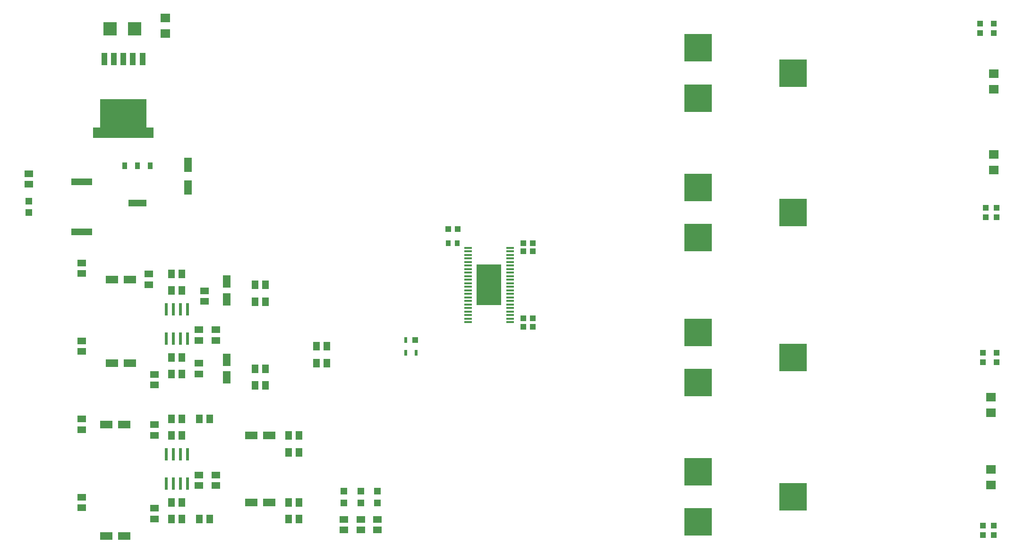
<source format=gbr>
G04 EAGLE Gerber RS-274X export*
G75*
%MOMM*%
%FSLAX34Y34*%
%LPD*%
%INSolderpaste Top*%
%IPPOS*%
%AMOC8*
5,1,8,0,0,1.08239X$1,22.5*%
G01*
%ADD10R,1.300000X1.500000*%
%ADD11R,1.050000X1.080000*%
%ADD12R,1.800000X1.600000*%
%ADD13R,1.000000X1.100000*%
%ADD14R,1.100000X1.000000*%
%ADD15R,1.475000X0.435000*%
%ADD16R,4.430000X7.300000*%
%ADD17R,1.050000X1.100000*%
%ADD18R,0.600000X1.100000*%
%ADD19R,5.000000X5.000000*%
%ADD20R,0.950000X1.000000*%
%ADD21R,1.200000X1.200000*%
%ADD22R,1.300000X1.600000*%
%ADD23R,1.600000X1.300000*%
%ADD24R,2.400000X2.400000*%
%ADD25R,8.330000X5.080000*%
%ADD26R,1.070000X2.160000*%
%ADD27R,10.800000X1.910000*%
%ADD28R,0.950000X1.300000*%
%ADD29R,3.250000X1.300000*%
%ADD30R,1.400000X2.600000*%
%ADD31R,0.600000X2.200000*%
%ADD32R,2.200000X1.400000*%
%ADD33R,1.400000X2.200000*%
%ADD34R,1.500000X1.300000*%
%ADD35R,3.800000X1.300000*%


D10*
X454500Y545000D03*
X435500Y545000D03*
D11*
X916250Y515000D03*
X933750Y515000D03*
X916250Y500000D03*
X933750Y500000D03*
D12*
X1760000Y954000D03*
X1760000Y926000D03*
D13*
X1760000Y1026500D03*
X1760000Y1043500D03*
D12*
X1760000Y781000D03*
X1760000Y809000D03*
D13*
X1765000Y713500D03*
X1765000Y696500D03*
D10*
X454500Y395000D03*
X435500Y395000D03*
D12*
X1755000Y374000D03*
X1755000Y346000D03*
D13*
X1765000Y436500D03*
X1765000Y453500D03*
D12*
X1755000Y216000D03*
X1755000Y244000D03*
D13*
X1760000Y143500D03*
X1760000Y126500D03*
D10*
X514500Y275000D03*
X495500Y275000D03*
D14*
X781500Y675000D03*
X798500Y675000D03*
D10*
X514500Y155000D03*
X495500Y155000D03*
X564500Y465000D03*
X545500Y465000D03*
X564500Y435000D03*
X545500Y435000D03*
D11*
X916250Y650000D03*
X933750Y650000D03*
X916250Y635000D03*
X933750Y635000D03*
D15*
X817120Y641680D03*
X817120Y635320D03*
X817120Y628980D03*
X817120Y622620D03*
X817120Y616280D03*
X817120Y609920D03*
X817120Y603580D03*
X817120Y597220D03*
X817120Y590880D03*
X817120Y584520D03*
X817120Y578180D03*
X817120Y571820D03*
X817120Y565480D03*
X817120Y559120D03*
X817120Y552780D03*
X817120Y546420D03*
X817120Y540080D03*
X817120Y533720D03*
X817120Y527380D03*
X817120Y521020D03*
X817120Y514680D03*
X817120Y508320D03*
X892880Y508320D03*
X892880Y514680D03*
X892880Y521020D03*
X892880Y527380D03*
X892880Y533720D03*
X892880Y540080D03*
X892880Y546420D03*
X892880Y552780D03*
X892880Y559120D03*
X892880Y565480D03*
X892880Y571820D03*
X892880Y578180D03*
X892880Y584520D03*
X892880Y590880D03*
X892880Y597220D03*
X892880Y603580D03*
X892880Y609920D03*
X892880Y616280D03*
X892880Y622620D03*
X892880Y628980D03*
X892880Y635320D03*
X892880Y641680D03*
D16*
X855000Y575000D03*
D17*
X722600Y476500D03*
D18*
X705400Y476500D03*
X705400Y453500D03*
X724600Y453500D03*
D19*
X1230000Y1000000D03*
X1230000Y910000D03*
X1400000Y955000D03*
X1230000Y750000D03*
X1230000Y660000D03*
X1400000Y705000D03*
X1230000Y490000D03*
X1230000Y400000D03*
X1400000Y445000D03*
X1230000Y240000D03*
X1230000Y150000D03*
X1400000Y195000D03*
D20*
X798000Y650000D03*
X782000Y650000D03*
D21*
X595000Y205500D03*
X595000Y184500D03*
X625000Y205500D03*
X625000Y184500D03*
D22*
X454500Y575000D03*
X435500Y575000D03*
D14*
X1740000Y436500D03*
X1740000Y453500D03*
X1740000Y143500D03*
X1740000Y126500D03*
D22*
X454500Y425000D03*
X435500Y425000D03*
X514500Y305000D03*
X495500Y305000D03*
X514500Y185000D03*
X495500Y185000D03*
D14*
X1735000Y1026500D03*
X1735000Y1043500D03*
D23*
X595000Y135500D03*
X595000Y154500D03*
X625000Y135500D03*
X625000Y154500D03*
D14*
X1745000Y713500D03*
X1745000Y696500D03*
D24*
X219700Y1034600D03*
X175700Y1034600D03*
D25*
X199600Y882600D03*
D26*
X233600Y979800D03*
X216600Y979800D03*
X199600Y979800D03*
X182600Y979800D03*
X165600Y979800D03*
D27*
X199600Y847650D03*
D12*
X275000Y1026000D03*
X275000Y1054000D03*
D28*
X247900Y788500D03*
X225000Y788500D03*
X202100Y788500D03*
D29*
X225000Y721500D03*
D30*
X315000Y790500D03*
X315000Y749500D03*
D21*
X655000Y205500D03*
X655000Y184500D03*
D23*
X655000Y135500D03*
X655000Y154500D03*
D21*
X30000Y704500D03*
X30000Y725500D03*
D23*
X30000Y774500D03*
X30000Y755500D03*
D31*
X301350Y531000D03*
X301350Y479000D03*
X314050Y531000D03*
X288650Y531000D03*
X275950Y531000D03*
X314050Y479000D03*
X288650Y479000D03*
X275950Y479000D03*
D32*
X179000Y585000D03*
X211000Y585000D03*
X179000Y435000D03*
X211000Y435000D03*
D23*
X245000Y594500D03*
X245000Y575500D03*
D22*
X285500Y565000D03*
X304500Y565000D03*
X285500Y445000D03*
X304500Y445000D03*
D23*
X255000Y414500D03*
X255000Y395500D03*
X335000Y415500D03*
X335000Y434500D03*
X345000Y564500D03*
X345000Y545500D03*
D10*
X285500Y595000D03*
X304500Y595000D03*
X285500Y415000D03*
X304500Y415000D03*
D33*
X385000Y549000D03*
X385000Y581000D03*
X385000Y441000D03*
X385000Y409000D03*
D31*
X301350Y271000D03*
X301350Y219000D03*
X314050Y271000D03*
X288650Y271000D03*
X275950Y271000D03*
X314050Y219000D03*
X288650Y219000D03*
X275950Y219000D03*
D32*
X169000Y325000D03*
X201000Y325000D03*
X169000Y125000D03*
X201000Y125000D03*
D23*
X255000Y324500D03*
X255000Y305500D03*
D22*
X285500Y305000D03*
X304500Y305000D03*
X285500Y185000D03*
X304500Y185000D03*
D23*
X255000Y155500D03*
X255000Y174500D03*
D22*
X335500Y155000D03*
X354500Y155000D03*
X335500Y335000D03*
X354500Y335000D03*
D10*
X285500Y335000D03*
X304500Y335000D03*
X285500Y155000D03*
X304500Y155000D03*
D32*
X429000Y305000D03*
X461000Y305000D03*
X429000Y185000D03*
X461000Y185000D03*
D34*
X335000Y494500D03*
X335000Y475500D03*
X335000Y234500D03*
X335000Y215500D03*
X365000Y494500D03*
X365000Y475500D03*
X365000Y234500D03*
X365000Y215500D03*
D35*
X125000Y670500D03*
X125000Y759500D03*
D23*
X125000Y595500D03*
X125000Y614500D03*
X125000Y455500D03*
X125000Y474500D03*
X125000Y315500D03*
X125000Y334500D03*
X125000Y175500D03*
X125000Y194500D03*
M02*

</source>
